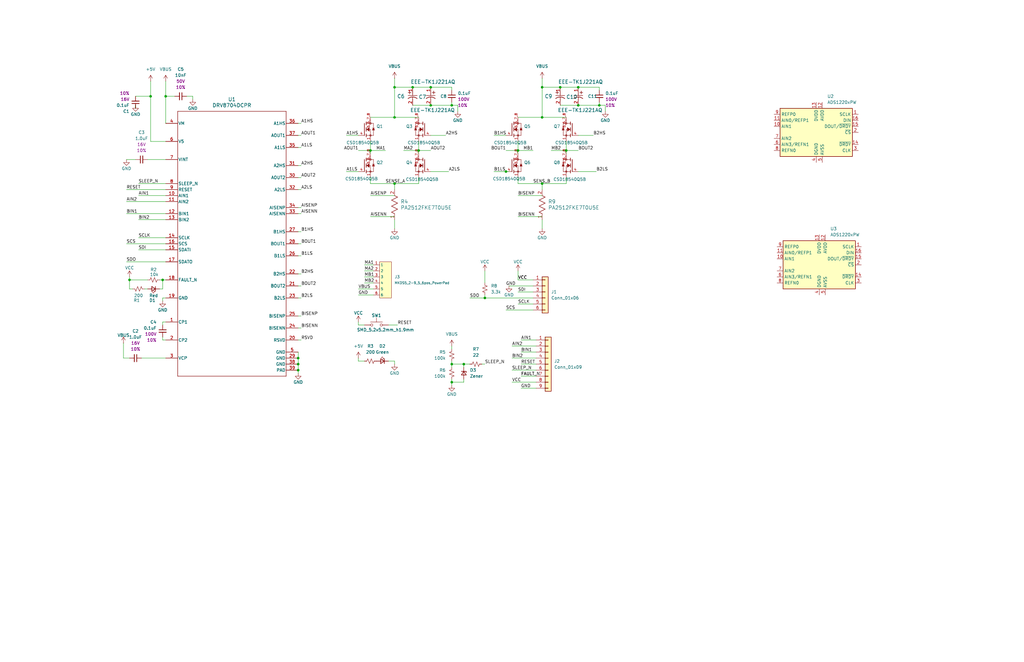
<source format=kicad_sch>
(kicad_sch (version 20250114) (generator "eeschema") (generator_version "9.0")
  (paper "B")
  (junction (at 228.6 36.83))
  (junction (at 63.5 40.64))
  (junction (at 190.5 153.67))
  (junction (at 69.85 40.64))
  (junction (at 181.61 44.45))
  (junction (at 243.84 44.45))
  (junction (at 166.37 49.53))
  (junction (at 68.58 118.11))
  (junction (at 181.61 36.83))
  (junction (at 243.84 36.83))
  (junction (at 195.58 153.67))
  (junction (at 238.76 63.5))
  (junction (at 54.61 118.11))
  (junction (at 166.37 36.83))
  (junction (at 252.73 44.45))
  (junction (at 156.21 63.5))
  (junction (at 213.36 72.39))
  (junction (at 125.73 151.13))
  (junction (at 190.5 44.45))
  (junction (at 236.22 36.83))
  (junction (at 204.47 125.73))
  (junction (at 125.73 153.67))
  (junction (at 173.99 36.83))
  (junction (at 228.6 49.53))
  (junction (at 166.37 77.47))
  (junction (at 125.73 156.21))
  (junction (at 228.6 77.47))
  (junction (at 218.44 63.5))
  (junction (at 176.53 63.5))
  (junction (at 190.5 161.29))
  (wire (pts (xy 125.73 120.65) (xy 127 120.65)))
  (wire (pts (xy 228.6 36.83) (xy 228.6 49.53)))
  (wire (pts (xy 218.44 49.53) (xy 228.6 49.53)))
  (wire (pts (xy 190.5 36.83) (xy 181.61 36.83)))
  (wire (pts (xy 63.5 40.64) (xy 63.5 59.69)))
  (wire (pts (xy 215.9 156.21) (xy 226.06 156.21)))
  (wire (pts (xy 151.13 121.92) (xy 157.48 121.92)))
  (wire (pts (xy 151.13 135.89) (xy 151.13 137.16)))
  (wire (pts (xy 153.67 137.16) (xy 151.13 137.16)))
  (wire (pts (xy 190.5 44.45) (xy 193.04 44.45)))
  (wire (pts (xy 54.61 118.11) (xy 62.23 118.11)))
  (wire (pts (xy 151.13 124.46) (xy 157.48 124.46)))
  (wire (pts (xy 125.73 69.85) (xy 127 69.85)))
  (wire (pts (xy 69.85 40.64) (xy 73.66 40.64)))
  (wire (pts (xy 219.71 148.59) (xy 226.06 148.59)))
  (wire (pts (xy 190.5 161.29) (xy 195.58 161.29)))
  (wire (pts (xy 228.6 33.02) (xy 228.6 36.83)))
  (wire (pts (xy 243.84 57.15) (xy 250.19 57.15)))
  (wire (pts (xy 166.37 33.02) (xy 166.37 36.83)))
  (wire (pts (xy 57.15 40.64) (xy 63.5 40.64)))
  (wire (pts (xy 67.31 121.92) (xy 68.58 121.92)))
  (wire (pts (xy 127 107.95) (xy 125.73 107.95)))
  (wire (pts (xy 68.58 143.51) (xy 69.85 143.51)))
  (wire (pts (xy 238.76 63.5) (xy 243.84 63.5)))
  (wire (pts (xy 125.73 62.23) (xy 127 62.23)))
  (wire (pts (xy 81.28 41.91) (xy 81.28 40.64)))
  (wire (pts (xy 213.36 63.5) (xy 218.44 63.5)))
  (wire (pts (xy 151.13 152.4) (xy 151.13 151.13)))
  (wire (pts (xy 153.67 116.84) (xy 157.48 116.84)))
  (wire (pts (xy 53.34 85.09) (xy 69.85 85.09)))
  (wire (pts (xy 156.21 91.44) (xy 166.37 91.44)))
  (wire (pts (xy 55.88 121.92) (xy 54.61 121.92)))
  (wire (pts (xy 228.6 36.83) (xy 236.22 36.83)))
  (wire (pts (xy 173.99 44.45) (xy 181.61 44.45)))
  (wire (pts (xy 125.73 148.59) (xy 125.73 151.13)))
  (wire (pts (xy 219.71 143.51) (xy 226.06 143.51)))
  (wire (pts (xy 162.56 63.5) (xy 156.21 63.5)))
  (wire (pts (xy 81.28 40.64) (xy 78.74 40.64)))
  (wire (pts (xy 53.34 90.17) (xy 69.85 90.17)))
  (wire (pts (xy 166.37 92.71) (xy 166.37 96.52)))
  (wire (pts (xy 190.5 153.67) (xy 190.5 154.94)))
  (wire (pts (xy 252.73 38.1) (xy 252.73 36.83)))
  (wire (pts (xy 125.73 97.79) (xy 127 97.79)))
  (wire (pts (xy 204.47 114.3) (xy 204.47 119.38)))
  (wire (pts (xy 215.9 161.29) (xy 226.06 161.29)))
  (wire (pts (xy 68.58 125.73) (xy 68.58 127)))
  (wire (pts (xy 53.34 110.49) (xy 69.85 110.49)))
  (wire (pts (xy 58.42 77.47) (xy 69.85 77.47)))
  (wire (pts (xy 190.5 160.02) (xy 190.5 161.29)))
  (wire (pts (xy 125.73 138.43) (xy 127 138.43)))
  (wire (pts (xy 238.76 63.5) (xy 238.76 64.77)))
  (wire (pts (xy 52.07 144.78) (xy 52.07 151.13)))
  (wire (pts (xy 228.6 49.53) (xy 238.76 49.53)))
  (wire (pts (xy 53.34 67.31) (xy 57.15 67.31)))
  (wire (pts (xy 68.58 121.92) (xy 68.58 118.11)))
  (wire (pts (xy 228.6 77.47) (xy 238.76 77.47)))
  (wire (pts (xy 166.37 77.47) (xy 176.53 77.47)))
  (wire (pts (xy 214.63 72.39) (xy 213.36 72.39)))
  (wire (pts (xy 218.44 123.19) (xy 224.79 123.19)))
  (wire (pts (xy 252.73 36.83) (xy 243.84 36.83)))
  (wire (pts (xy 181.61 44.45) (xy 190.5 44.45)))
  (wire (pts (xy 125.73 143.51) (xy 127 143.51)))
  (wire (pts (xy 181.61 72.39) (xy 189.23 72.39)))
  (wire (pts (xy 146.05 57.15) (xy 151.13 57.15)))
  (wire (pts (xy 125.73 115.57) (xy 127 115.57)))
  (wire (pts (xy 59.69 151.13) (xy 69.85 151.13)))
  (wire (pts (xy 236.22 36.83) (xy 243.84 36.83)))
  (wire (pts (xy 232.41 63.5) (xy 238.76 63.5)))
  (wire (pts (xy 173.99 36.83) (xy 181.61 36.83)))
  (wire (pts (xy 208.28 72.39) (xy 213.36 72.39)))
  (wire (pts (xy 190.5 153.67) (xy 195.58 153.67)))
  (wire (pts (xy 176.53 63.5) (xy 176.53 64.77)))
  (wire (pts (xy 166.37 152.4) (xy 166.37 153.67)))
  (wire (pts (xy 195.58 160.02) (xy 195.58 161.29)))
  (wire (pts (xy 53.34 80.01) (xy 69.85 80.01)))
  (wire (pts (xy 125.73 74.93) (xy 127 74.93)))
  (wire (pts (xy 125.73 153.67) (xy 125.73 156.21)))
  (wire (pts (xy 218.44 128.27) (xy 224.79 128.27)))
  (wire (pts (xy 238.76 77.47) (xy 238.76 74.93)))
  (wire (pts (xy 252.73 44.45) (xy 255.27 44.45)))
  (wire (pts (xy 213.36 130.81) (xy 224.79 130.81)))
  (wire (pts (xy 195.58 153.67) (xy 198.12 153.67)))
  (wire (pts (xy 156.21 74.93) (xy 156.21 77.47)))
  (wire (pts (xy 176.53 63.5) (xy 181.61 63.5)))
  (wire (pts (xy 67.31 118.11) (xy 68.58 118.11)))
  (wire (pts (xy 204.47 125.73) (xy 224.79 125.73)))
  (wire (pts (xy 69.85 34.29) (xy 69.85 40.64)))
  (wire (pts (xy 52.07 151.13) (xy 54.61 151.13)))
  (wire (pts (xy 176.53 59.69) (xy 176.53 63.5)))
  (wire (pts (xy 153.67 111.76) (xy 157.48 111.76)))
  (wire (pts (xy 195.58 153.67) (xy 195.58 154.94)))
  (wire (pts (xy 243.84 72.39) (xy 251.46 72.39)))
  (wire (pts (xy 58.42 105.41) (xy 69.85 105.41)))
  (wire (pts (xy 166.37 77.47) (xy 166.37 80.01)))
  (wire (pts (xy 57.15 45.72) (xy 57.15 44.45)))
  (wire (pts (xy 153.67 114.3) (xy 157.48 114.3)))
  (wire (pts (xy 219.71 153.67) (xy 226.06 153.67)))
  (wire (pts (xy 198.12 125.73) (xy 204.47 125.73)))
  (wire (pts (xy 156.21 59.69) (xy 156.21 63.5)))
  (wire (pts (xy 69.85 125.73) (xy 68.58 125.73)))
  (wire (pts (xy 190.5 161.29) (xy 190.5 162.56)))
  (wire (pts (xy 125.73 102.87) (xy 127 102.87)))
  (wire (pts (xy 151.13 63.5) (xy 156.21 63.5)))
  (wire (pts (xy 69.85 40.64) (xy 69.85 52.07)))
  (wire (pts (xy 218.44 63.5) (xy 218.44 64.77)))
  (wire (pts (xy 54.61 116.84) (xy 54.61 118.11)))
  (wire (pts (xy 156.21 82.55) (xy 166.37 82.55)))
  (wire (pts (xy 166.37 49.53) (xy 176.53 49.53)))
  (wire (pts (xy 163.83 152.4) (xy 166.37 152.4)))
  (wire (pts (xy 125.73 125.73) (xy 127 125.73)))
  (wire (pts (xy 125.73 151.13) (xy 125.73 153.67)))
  (wire (pts (xy 156.21 77.47) (xy 166.37 77.47)))
  (wire (pts (xy 58.42 92.71) (xy 69.85 92.71)))
  (wire (pts (xy 125.73 133.35) (xy 127 133.35)))
  (wire (pts (xy 166.37 36.83) (xy 166.37 49.53)))
  (wire (pts (xy 236.22 44.45) (xy 243.84 44.45)))
  (wire (pts (xy 252.73 43.18) (xy 252.73 44.45)))
  (wire (pts (xy 153.67 152.4) (xy 151.13 152.4)))
  (wire (pts (xy 190.5 43.18) (xy 190.5 44.45)))
  (wire (pts (xy 190.5 146.05) (xy 190.5 147.32)))
  (wire (pts (xy 218.44 114.3) (xy 218.44 118.11)))
  (wire (pts (xy 243.84 44.45) (xy 252.73 44.45)))
  (wire (pts (xy 68.58 137.16) (xy 68.58 135.89)))
  (wire (pts (xy 214.63 120.65) (xy 224.79 120.65)))
  (wire (pts (xy 228.6 77.47) (xy 228.6 80.01)))
  (wire (pts (xy 218.44 82.55) (xy 228.6 82.55)))
  (wire (pts (xy 63.5 34.29) (xy 63.5 40.64)))
  (wire (pts (xy 125.73 52.07) (xy 127 52.07)))
  (wire (pts (xy 125.73 156.21) (xy 125.73 157.48)))
  (wire (pts (xy 190.5 152.4) (xy 190.5 153.67)))
  (wire (pts (xy 125.73 57.15) (xy 127 57.15)))
  (wire (pts (xy 190.5 38.1) (xy 190.5 36.83)))
  (wire (pts (xy 68.58 142.24) (xy 68.58 143.51)))
  (wire (pts (xy 146.05 72.39) (xy 151.13 72.39)))
  (wire (pts (xy 228.6 92.71) (xy 228.6 96.52)))
  (wire (pts (xy 166.37 36.83) (xy 173.99 36.83)))
  (wire (pts (xy 125.73 80.01) (xy 127 80.01)))
  (wire (pts (xy 219.71 158.75) (xy 226.06 158.75)))
  (wire (pts (xy 125.73 90.17) (xy 127 90.17)))
  (wire (pts (xy 255.27 44.45) (xy 255.27 46.99)))
  (wire (pts (xy 218.44 74.93) (xy 218.44 77.47)))
  (wire (pts (xy 170.18 63.5) (xy 176.53 63.5)))
  (wire (pts (xy 204.47 124.46) (xy 204.47 125.73)))
  (wire (pts (xy 215.9 151.13) (xy 226.06 151.13)))
  (wire (pts (xy 219.71 163.83) (xy 226.06 163.83)))
  (wire (pts (xy 156.21 63.5) (xy 156.21 64.77)))
  (wire (pts (xy 176.53 77.47) (xy 176.53 74.93)))
  (wire (pts (xy 215.9 146.05) (xy 226.06 146.05)))
  (wire (pts (xy 208.28 57.15) (xy 213.36 57.15)))
  (wire (pts (xy 218.44 59.69) (xy 218.44 63.5)))
  (wire (pts (xy 193.04 44.45) (xy 193.04 46.99)))
  (wire (pts (xy 68.58 118.11) (xy 69.85 118.11)))
  (wire (pts (xy 58.42 82.55) (xy 69.85 82.55)))
  (wire (pts (xy 63.5 59.69) (xy 69.85 59.69)))
  (wire (pts (xy 153.67 119.38) (xy 157.48 119.38)))
  (wire (pts (xy 62.23 121.92) (xy 60.96 121.92)))
  (wire (pts (xy 218.44 118.11) (xy 224.79 118.11)))
  (wire (pts (xy 156.21 49.53) (xy 166.37 49.53)))
  (wire (pts (xy 224.79 63.5) (xy 218.44 63.5)))
  (wire (pts (xy 181.61 57.15) (xy 187.96 57.15)))
  (wire (pts (xy 125.73 87.63) (xy 127 87.63)))
  (wire (pts (xy 218.44 91.44) (xy 228.6 91.44)))
  (wire (pts (xy 238.76 59.69) (xy 238.76 63.5)))
  (wire (pts (xy 203.2 153.67) (xy 204.47 153.67)))
  (wire (pts (xy 54.61 121.92) (xy 54.61 118.11)))
  (wire (pts (xy 68.58 135.89) (xy 69.85 135.89)))
  (wire (pts (xy 53.34 102.87) (xy 69.85 102.87)))
  (wire (pts (xy 218.44 77.47) (xy 228.6 77.47)))
  (wire (pts (xy 62.23 67.31) (xy 69.85 67.31)))
  (wire (pts (xy 163.83 137.16) (xy 167.64 137.16)))
  (wire (pts (xy 58.42 100.33) (xy 69.85 100.33)))
  (label "MA1" (at 153.67 111.76 0))
  (label "FAULT" (at 219.71 158.75 0))
  (label "SENS_B" (at 224.79 77.47 0))
  (label "BISENN" (at 218.44 91.44 0))
  (label "B1LS" (at 127 107.95 0))
  (label "SCLK" (at 218.44 128.27 0))
  (label "SENSE_A" (at 162.56 77.47 0))
  (label "B2LS" (at 127 125.73 0))
  (label "MB2" (at 153.67 119.38 0))
  (label "SCLK" (at 58.42 100.33 0))
  (label "RESET" (at 219.71 153.67 0))
  (label "RSVD" (at 127 143.51 0))
  (label "A2LS" (at 189.23 72.39 0))
  (label "AIN2" (at 215.9 146.05 0))
  (label "FAULT_N" (at 219.71 158.75 0))
  (label "MA2" (at 153.67 114.3 0))
  (label "AOUT2" (at 181.61 63.5 0))
  (label "AISENP" (at 156.21 82.55 0))
  (label "VCC" (at 218.44 118.11 0))
  (label "AIN1" (at 219.71 143.51 0))
  (label "VCC" (at 215.9 161.29 0))
  (label "B1HS" (at 208.28 57.15 0))
  (label "B1HS" (at 127 97.79 0))
  (label "BIN2" (at 58.42 92.71 0))
  (label "VBUS" (at 151.13 121.92 0))
  (label "MA1" (at 162.56 63.5 180))
  (label "AISENN" (at 156.21 91.44 0))
  (label "AISENN" (at 127 90.17 0))
  (label "BISENP" (at 127 133.35 0))
  (label "AIN2" (at 53.34 85.09 0))
  (label "AISENP" (at 127 87.63 0))
  (label "VCC" (at 218.44 118.11 0))
  (label "BISENN" (at 127 138.43 0))
  (label "BOUT1" (at 213.36 63.5 180))
  (label "SDI" (at 218.44 123.19 0))
  (label "GND" (at 213.36 120.65 0))
  (label "B1LS" (at 208.28 72.39 0))
  (label "A1HS" (at 127 52.07 0))
  (label "RESET" (at 53.34 80.01 0))
  (label "MB1" (at 153.67 116.84 0))
  (label "A1LS" (at 146.05 72.39 0))
  (label "SDI" (at 58.42 105.41 0))
  (label "SCS" (at 53.34 102.87 0))
  (label "B2HS" (at 250.19 57.15 0))
  (label "BOUT2" (at 127 120.65 0))
  (label "RESET" (at 167.64 137.16 0))
  (label "A1HS" (at 146.05 57.15 0))
  (label "BOUT2" (at 243.84 63.5 0))
  (label "A2LS" (at 127 80.01 0))
  (label "GND" (at 151.13 124.46 0))
  (label "SCS" (at 213.36 130.81 0))
  (label "MA2" (at 170.18 63.5 0))
  (label "BIN1" (at 219.71 148.59 0))
  (label "BISENP" (at 218.44 82.55 0))
  (label "SLEEP_N" (at 215.9 156.21 0))
  (label "BOUT1" (at 127 102.87 0))
  (label "BIN1" (at 53.34 90.17 0))
  (label "A1LS" (at 127 62.23 0))
  (label "BIN2" (at 215.9 151.13 0))
  (label "MB1" (at 224.79 63.5 180))
  (label "SDO" (at 198.12 125.73 0))
  (label "B2LS" (at 251.46 72.39 0))
  (label "AOUT1" (at 151.13 63.5 180))
  (label "A2HS" (at 127 69.85 0))
  (label "MB2" (at 232.41 63.5 0))
  (label "AOUT1" (at 127 57.15 0))
  (label "AIN1" (at 58.42 82.55 0))
  (label "SLEEP_N" (at 58.42 77.47 0))
  (label "SLEEP_N" (at 204.47 153.67 0))
  (label "A2HS" (at 187.96 57.15 0))
  (label "GND" (at 219.71 163.83 0))
  (label "AOUT2" (at 127 74.93 0))
  (label "B2HS" (at 127 115.57 0))
  (label "SDO" (at 53.34 110.49 0))
  (symbol (lib_id "Power_Brick:EEE-TK1J221AQ") (at 181.61 36.83 270) (unit 1)
    (property "Reference" "C7" (at 176.53 40.894 90) (effects (font (size 1.524 1.524)) (justify left)))
    (property "Value" "EEE-TK1J221AQ" (at 172.974 46.482 90) (effects (font (size 1.524 1.524)) (justify left)))
    (property "Footprint" "CAP_PAN_EEE_H13_PAN" (effects (hide yes)))
    (property "Datasheet" "EEE-TK1J221AQ" (effects (hide yes)))
  )
  (symbol (lib_id "PCM_SparkFun-PowerSymbol:GND") (at 53.34 67.31 0) (unit 1)
    (property "Reference" "#PWR07" (effects (hide yes)))
    (property "Value" "GND" (at 53.34 71.12 0))
    (property "Description" "Power symbol creates a global label with name \"GND\" , ground" (effects (hide yes)))
  )
  (symbol (lib_id "PCM_SparkFun-PowerSymbol:GND") (at 193.04 46.99 0) (unit 1)
    (property "Reference" "#PWR012" (effects (hide yes)))
    (property "Value" "GND" (at 193.04 50.8 0))
    (property "Description" "Power symbol creates a global label with name \"GND\" , ground" (effects (hide yes)))
  )
  (symbol (lib_id "PCM_SparkFun-Resistor:22_0402") (at 200.66 153.67 0) (unit 1)
    (property "Reference" "R7" (at 200.66 147.32 0))
    (property "Value" "22" (at 200.66 149.86 0))
    (property "Footprint" "PCM_SparkFun-Resistor:R_0402_1005Metric" (effects (hide yes)))
    (property "Datasheet" "https://www.vishay.com/docs/20035/dcrcwe3.pdf" (effects (hide yes)))
    (property "Description" "Resistor" (effects (hide yes)))
    (property "PROD_ID" "RES-12427" (effects (hide yes)))
  )
  (symbol (lib_id "power:VBUS") (at 166.37 33.02 0) (unit 1)
    (property "Reference" "#PWR010" (effects (hide yes)))
    (property "Value" "VBUS" (at 166.37 27.94 0))
    (property "Description" "Power symbol creates a global label with name \"VBUS\"" (effects (hide yes)))
  )
  (symbol (lib_id "Connector_Generic:Conn_01x06") (at 229.87 123.19 0) (unit 1)
    (property "Reference" "J1" (at 232.41 123.1899 0) (effects (justify left)))
    (property "Value" "Conn_01x06" (at 232.41 125.7299 0) (effects (justify left)))
    (property "Footprint" "Connector_PinHeader_2.54mm:PinHeader_1x06_P2.54mm_Vertical" (effects (hide yes)))
    (property "Description" "Generic connector, single row, 01x06, script generated (kicad-library-utils/schlib/autogen/connector/)" (effects (hide yes)))
  )
  (symbol (lib_id "PCM_SparkFun-Resistor:10k_0402") (at 64.77 118.11 0) (unit 1)
    (property "Reference" "R2" (at 64.77 113.792 0))
    (property "Value" "10k" (at 65.024 115.824 0))
    (property "Footprint" "PCM_SparkFun-Resistor:R_0402_1005Metric" (effects (hide yes)))
    (property "Datasheet" "https://www.vishay.com/docs/20035/dcrcwe3.pdf" (effects (hide yes)))
    (property "Description" "Resistor" (effects (hide yes)))
    (property "PROD_ID" "RES-25567" (effects (hide yes)))
  )
  (symbol (lib_id "PCM_SparkFun-Resistor:200_0402") (at 58.42 121.92 0) (mirror y) (unit 1)
    (property "Reference" "R1" (at 57.658 126.746 0))
    (property "Value" "200" (at 58.42 124.714 0))
    (property "Footprint" "PCM_SparkFun-Resistor:R_0402_1005Metric" (effects (hide yes)))
    (property "Datasheet" "https://www.vishay.com/docs/20035/dcrcwe3.pdf" (effects (hide yes)))
    (property "Description" "Resistor" (effects (hide yes)))
    (property "PROD_ID" "RES-15550" (effects (hide yes)))
  )
  (symbol (lib_id "Analog_ADC:ADS1220xPW") (at 344.17 55.88 0) (unit 1)
    (property "Reference" "U2" (at 348.8533 40.64 0) (effects (justify left)))
    (property "Value" "ADS1220xPW" (at 348.8533 43.18 0) (effects (justify left)))
    (property "Footprint" "Package_SO:TSSOP-16_4.4x5mm_P0.65mm" (effects (hide yes)))
    (property "Datasheet" "http://www.ti.com/lit/ds/symlink/ads1220.pdf" (effects (hide yes)))
    (property "Description" "Low-power, quad-input, 24-bit analog to digital converter, integrated temperature sensor, SPI interface, TSSOP-16 package" (effects (hide yes)))
  )
  (symbol (lib_id "power:VBUS") (at 69.85 34.29 0) (unit 1)
    (property "Reference" "#PWR06" (effects (hide yes)))
    (property "Value" "VBUS" (at 69.85 29.21 0))
    (property "Description" "Power symbol creates a global label with name \"VBUS\"" (effects (hide yes)))
  )
  (symbol (lib_id "Power_Brick:EEE-TK1J221AQ") (at 243.84 36.83 270) (unit 1)
    (property "Reference" "C10" (at 238.76 40.894 90) (effects (font (size 1.524 1.524)) (justify left)))
    (property "Value" "EEE-TK1J221AQ" (at 235.204 46.482 90) (effects (font (size 1.524 1.524)) (justify left)))
    (property "Footprint" "CAP_PAN_EEE_H13_PAN" (effects (hide yes)))
    (property "Datasheet" "EEE-TK1J221AQ" (effects (hide yes)))
  )
  (symbol (lib_id "PCM_SparkFun-Capacitor:0.1uF_0402_16V_10%") (at 57.15 43.18 180) (unit 1)
    (property "Reference" "C1" (at 54.61 46.9838 0) (effects (justify left)))
    (property "Value" "0.1uF" (at 54.61 44.4438 0) (effects (justify left)))
    (property "Footprint" "PCM_SparkFun-Capacitor:C_0402_1005Metric" (effects (hide yes)))
    (property "Datasheet" "https://cdn.sparkfun.com/assets/8/a/4/a/5/Kemet_Capacitor_Datasheet.pdf" (effects (hide yes)))
    (property "Description" "Unpolarized capacitor" (effects (hide yes)))
    (property "PROD_ID" "CAP-25565" (effects (hide yes)))
    (property "Voltage" "16V" (at 54.61 41.9038 0) (effects (justify left)))
    (property "Tolerance" "10%" (at 54.61 39.3638 0) (effects (justify left)))
  )
  (symbol (lib_id "Power_Brick:EEE-TK1J221AQ") (at 173.99 36.83 90) (mirror x) (unit 1)
    (property "Reference" "C6" (at 170.688 40.64 90) (effects (font (size 1.524 1.524)) (justify left)))
    (property "Value" "EEE-TK1J221AQ" (at 192.024 34.544 90) (effects (font (size 1.524 1.524)) (justify left)))
    (property "Footprint" "CAP_PAN_EEE_H13_PAN" (effects (hide yes)))
    (property "Datasheet" "EEE-TK1J221AQ" (effects (hide yes)))
  )
  (symbol (lib_id "Power_Brick:DRV8704DCPR") (at 97.79 102.87 0) (unit 1)
    (property "Reference" "U1" (at 97.79 41.91 0) (effects (font (size 1.524 1.524))))
    (property "Value" "DRV8704DCPR" (at 97.79 44.45 0) (effects (font (size 1.524 1.524))))
    (property "Footprint" "DCP0038A_N" (effects (hide yes)))
    (property "Datasheet" "https://www.ti.com/lit/gpn/drv8704" (effects (hide yes)))
  )
  (symbol (lib_id "power:+5V") (at 63.5 34.29 0) (unit 1)
    (property "Reference" "#PWR05" (effects (hide yes)))
    (property "Value" "+5V" (at 63.5 29.21 0))
    (property "Description" "Power symbol creates a global label with name \"+5V\"" (effects (hide yes)))
  )
  (symbol (lib_id "power:VBUS") (at 190.5 146.05 0) (unit 1)
    (property "Reference" "#PWR021" (effects (hide yes)))
    (property "Value" "VBUS" (at 190.5 140.97 0))
    (property "Description" "Power symbol creates a global label with name \"VBUS\"" (effects (hide yes)))
  )
  (symbol (lib_id "PCM_SparkFun-PowerSymbol:GND") (at 81.28 41.91 0) (unit 1)
    (property "Reference" "#PWR02" (effects (hide yes)))
    (property "Value" "GND" (at 81.28 45.72 0))
    (property "Description" "Power symbol creates a global label with name \"GND\" , ground" (effects (hide yes)))
  )
  (symbol (lib_id "PCM_SparkFun-PowerSymbol:GND") (at 166.37 96.52 0) (unit 1)
    (property "Reference" "#PWR011" (effects (hide yes)))
    (property "Value" "GND" (at 166.37 100.33 0))
    (property "Description" "Power symbol creates a global label with name \"GND\" , ground" (effects (hide yes)))
  )
  (symbol (lib_id "Power_Brick:PA2512FKE7T0U5E") (at 166.37 92.71 90) (unit 1)
    (property "Reference" "R4" (at 168.91 85.0899 90) (effects (font (size 1.524 1.524)) (justify right)))
    (property "Value" "PA2512FKE7T0U5E" (at 168.91 87.6299 90) (effects (font (size 1.524 1.524)) (justify right)))
    (property "Footprint" "RES_PA2512_YAG" (effects (hide yes)))
    (property "Datasheet" "PA2512FKE7T0U5E" (effects (hide yes)))
  )
  (symbol (lib_id "PCM_SparkFun-PowerSymbol:VCC") (at 54.61 116.84 0) (unit 1)
    (property "Reference" "#PWR08" (effects (hide yes)))
    (property "Value" "VCC" (at 54.61 113.03 0))
    (property "Description" "Power symbol creates a global label with name \"VCC\"" (effects (hide yes)))
  )
  (symbol (lib_id "PCM_SparkFun-Capacitor:10nF_0402_25V_10%") (at 76.2 40.64 270) (unit 1)
    (property "Reference" "C5" (at 76.1936 29.21 90))
    (property "Value" "10nF" (at 76.1936 31.75 90))
    (property "Footprint" "PCM_SparkFun-Capacitor:C_0402_1005Metric" (effects (hide yes)))
    (property "Datasheet" "https://cdn.sparkfun.com/assets/8/a/4/a/5/Kemet_Capacitor_Datasheet.pdf" (effects (hide yes)))
    (property "Description" "Unpolarized capacitor" (effects (hide yes)))
    (property "PROD_ID" "CAP-24997" (effects (hide yes)))
    (property "Voltage" "50V" (at 76.1936 34.29 90))
    (property "Tolerance" "10%" (at 76.1936 36.83 90))
  )
  (symbol (lib_id "PCM_SparkFun-DiscreteSemi:D_Zener") (at 195.58 157.48 270) (unit 1)
    (property "Reference" "D3" (at 198.12 156.2099 90) (effects (justify left)))
    (property "Value" "Zener" (at 198.12 158.7499 90) (effects (justify left)))
    (property "Footprint" "Diode_SMD:D_SOD-323_HandSoldering" (effects (hide yes)))
    (property "Description" "Zener diode" (effects (hide yes)))
    (property "PROD_ID" "DIO-" (effects (hide yes)))
  )
  (symbol (lib_id "Connector_Generic:Conn_01x09") (at 231.14 153.67 0) (unit 1)
    (property "Reference" "J2" (at 233.68 152.3999 0) (effects (justify left)))
    (property "Value" "Conn_01x09" (at 233.68 154.9399 0) (effects (justify left)))
    (property "Footprint" "Connector_PinHeader_2.54mm:PinHeader_1x09_P2.54mm_Vertical" (effects (hide yes)))
    (property "Description" "Generic connector, single row, 01x09, script generated (kicad-library-utils/schlib/autogen/connector/)" (effects (hide yes)))
  )
  (symbol (lib_id "Power_Brick:CSD18540Q5B") (at 241.3 54.61 0) (mirror y) (unit 1)
    (property "Reference" "Q7" (at 236.22 53.3399 0) (effects (justify left)))
    (property "Value" "CSD18540Q5B" (at 247.904 60.198 0) (effects (justify left)))
    (property "Footprint" "Power_Brick:TRANS_CSD18540Q5B" (effects (hide yes)))
    (property "MF" "Texas Instruments" (effects (hide yes)))
    (property "MAXIMUM_PACKAGE_HEIGHT" "1.05mm" (effects (hide yes)))
    (property "Package" "VSON-CLIP-8 Texas Instruments" (effects (hide yes)))
    (property "Price" "None" (effects (hide yes)))
    (property "Check_prices" "https://www.snapeda.com/parts/CSD18540Q5B/Texas+Instruments/view-part/?ref=eda" (effects (hide yes)))
    (property "STANDARD" "Manufacturer recommendations" (effects (hide yes)))
    (property "PARTREV" "B" (effects (hide yes)))
    (property "SnapEDA_Link" "https://www.snapeda.com/parts/CSD18540Q5B/Texas+Instruments/view-part/?ref=snap" (effects (hide yes)))
    (property "MP" "CSD18540Q5B" (effects (hide yes)))
    (property "Description_1" "60-V, N channel NexFET™ power MOSFET, single SON 5 mm x 6 mm, 2.2 mOhm" (effects (hide yes)))
    (property "Availability" "In Stock" (effects (hide yes)))
    (property "MANUFACTURER" "Texas Instruments" (effects (hide yes)))
  )
  (symbol (lib_id "Power_Brick:PA2512FKE7T0U5E") (at 228.6 92.71 90) (unit 1)
    (property "Reference" "R9" (at 231.14 85.0899 90) (effects (font (size 1.524 1.524)) (justify right)))
    (property "Value" "PA2512FKE7T0U5E" (at 231.14 87.6299 90) (effects (font (size 1.524 1.524)) (justify right)))
    (property "Footprint" "RES_PA2512_YAG" (effects (hide yes)))
    (property "Datasheet" "PA2512FKE7T0U5E" (effects (hide yes)))
  )
  (symbol (lib_id "Power_Brick:CSD18540Q5B") (at 215.9 69.85 0) (unit 1)
    (property "Reference" "Q6" (at 220.98 68.5799 0) (effects (justify left)))
    (property "Value" "CSD18540Q5B" (at 207.772 75.438 0) (effects (justify left)))
    (property "Footprint" "Power_Brick:TRANS_CSD18540Q5B" (effects (hide yes)))
    (property "MF" "Texas Instruments" (effects (hide yes)))
    (property "MAXIMUM_PACKAGE_HEIGHT" "1.05mm" (effects (hide yes)))
    (property "Package" "VSON-CLIP-8 Texas Instruments" (effects (hide yes)))
    (property "Price" "None" (effects (hide yes)))
    (property "Check_prices" "https://www.snapeda.com/parts/CSD18540Q5B/Texas+Instruments/view-part/?ref=eda" (effects (hide yes)))
    (property "STANDARD" "Manufacturer recommendations" (effects (hide yes)))
    (property "PARTREV" "B" (effects (hide yes)))
    (property "SnapEDA_Link" "https://www.snapeda.com/parts/CSD18540Q5B/Texas+Instruments/view-part/?ref=snap" (effects (hide yes)))
    (property "MP" "CSD18540Q5B" (effects (hide yes)))
    (property "Description_1" "60-V, N channel NexFET™ power MOSFET, single SON 5 mm x 6 mm, 2.2 mOhm" (effects (hide yes)))
    (property "Availability" "In Stock" (effects (hide yes)))
    (property "MANUFACTURER" "Texas Instruments" (effects (hide yes)))
  )
  (symbol (lib_id "PCM_SparkFun-PowerSymbol:GND") (at 190.5 162.56 0) (unit 1)
    (property "Reference" "#PWR020" (effects (hide yes)))
    (property "Value" "GND" (at 190.5 166.37 0))
    (property "Description" "Power symbol creates a global label with name \"GND\" , ground" (effects (hide yes)))
  )
  (symbol (lib_id "power:VBUS") (at 52.07 144.78 0) (unit 1)
    (property "Reference" "#PWR09" (effects (hide yes)))
    (property "Value" "VBUS" (at 52.07 141.478 0))
    (property "Description" "Power symbol creates a global label with name \"VBUS\"" (effects (hide yes)))
  )
  (symbol (lib_id "PCM_SparkFun-PowerSymbol:GND") (at 125.73 157.48 0) (unit 1)
    (property "Reference" "#PWR01" (effects (hide yes)))
    (property "Value" "GND" (at 125.73 161.29 0))
    (property "Description" "Power symbol creates a global label with name \"GND\" , ground" (effects (hide yes)))
  )
  (symbol (lib_id "PCM_SparkFun-Capacitor:0.1uF_0603_100V_10%") (at 252.73 40.64 0) (unit 1)
    (property "Reference" "C11" (at 247.904 40.64 0) (effects (justify left)))
    (property "Value" "0.1uF" (at 255.27 39.3762 0) (effects (justify left)))
    (property "Footprint" "PCM_SparkFun-Capacitor:C_0603_1608Metric" (effects (hide yes)))
    (property "Datasheet" "https://cdn.sparkfun.com/assets/8/a/4/a/5/Kemet_Capacitor_Datasheet.pdf" (effects (hide yes)))
    (property "Description" "Unpolarized capacitor" (effects (hide yes)))
    (property "PROD_ID" "CAP-08390" (effects (hide yes)))
    (property "Voltage" "100V" (at 255.27 41.9162 0) (effects (justify left)))
    (property "Tolerance" "10%" (at 255.27 44.4562 0) (effects (justify left)))
  )
  (symbol (lib_id "PCM_SparkFun-PowerSymbol:VCC") (at 218.44 114.3 0) (unit 1)
    (property "Reference" "#PWR017" (effects (hide yes)))
    (property "Value" "VCC" (at 218.44 110.49 0))
    (property "Description" "Power symbol creates a global label with name \"VCC\"" (effects (hide yes)))
  )
  (symbol (lib_id "Power_Brick:CSD18540Q5B") (at 179.07 69.85 0) (mirror y) (unit 1)
    (property "Reference" "Q4" (at 173.99 68.5799 0) (effects (justify left)))
    (property "Value" "CSD18540Q5B" (at 184.912 75.692 0) (effects (justify left)))
    (property "Footprint" "Power_Brick:TRANS_CSD18540Q5B" (effects (hide yes)))
    (property "MF" "Texas Instruments" (effects (hide yes)))
    (property "MAXIMUM_PACKAGE_HEIGHT" "1.05mm" (effects (hide yes)))
    (property "Package" "VSON-CLIP-8 Texas Instruments" (effects (hide yes)))
    (property "Price" "None" (effects (hide yes)))
    (property "Check_prices" "https://www.snapeda.com/parts/CSD18540Q5B/Texas+Instruments/view-part/?ref=eda" (effects (hide yes)))
    (property "STANDARD" "Manufacturer recommendations" (effects (hide yes)))
    (property "PARTREV" "B" (effects (hide yes)))
    (property "SnapEDA_Link" "https://www.snapeda.com/parts/CSD18540Q5B/Texas+Instruments/view-part/?ref=snap" (effects (hide yes)))
    (property "MP" "CSD18540Q5B" (effects (hide yes)))
    (property "Description_1" "60-V, N channel NexFET™ power MOSFET, single SON 5 mm x 6 mm, 2.2 mOhm" (effects (hide yes)))
    (property "Availability" "In Stock" (effects (hide yes)))
    (property "MANUFACTURER" "Texas Instruments" (effects (hide yes)))
  )
  (symbol (lib_id "PCM_SparkFun-Resistor:200_0402") (at 156.21 152.4 0) (unit 1)
    (property "Reference" "R3" (at 156.21 146.05 0))
    (property "Value" "200" (at 156.21 148.59 0))
    (property "Footprint" "PCM_SparkFun-Resistor:R_0402_1005Metric" (effects (hide yes)))
    (property "Datasheet" "https://www.vishay.com/docs/20035/dcrcwe3.pdf" (effects (hide yes)))
    (property "Description" "Resistor" (effects (hide yes)))
    (property "PROD_ID" "RES-15550" (effects (hide yes)))
  )
  (symbol (lib_id "PCM_SparkFun-PowerSymbol:GND") (at 68.58 127 0) (unit 1)
    (property "Reference" "#PWR04" (effects (hide yes)))
    (property "Value" "GND" (at 68.58 130.81 0))
    (property "Description" "Power symbol creates a global label with name \"GND\" , ground" (effects (hide yes)))
  )
  (symbol (lib_id "PCM_SparkFun-PowerSymbol:GND") (at 255.27 46.99 0) (unit 1)
    (property "Reference" "#PWR015" (effects (hide yes)))
    (property "Value" "GND" (at 255.27 50.8 0))
    (property "Description" "Power symbol creates a global label with name \"GND\" , ground" (effects (hide yes)))
  )
  (symbol (lib_id "PCM_SparkFun-PowerSymbol:GND") (at 57.15 44.45 0) (unit 1)
    (property "Reference" "#PWR03" (effects (hide yes)))
    (property "Value" "GND" (at 57.15 48.26 0))
    (property "Description" "Power symbol creates a global label with name \"GND\" , ground" (effects (hide yes)))
  )
  (symbol (lib_id "power:+5V") (at 151.13 151.13 0) (unit 1)
    (property "Reference" "#PWR022" (effects (hide yes)))
    (property "Value" "+5V" (at 151.13 146.05 0))
    (property "Description" "Power symbol creates a global label with name \"+5V\"" (effects (hide yes)))
  )
  (symbol (lib_id "Power_Brick:EEE-TK1J221AQ") (at 236.22 36.83 90) (mirror x) (unit 1)
    (property "Reference" "C9" (at 232.918 40.64 90) (effects (font (size 1.524 1.524)) (justify left)))
    (property "Value" "EEE-TK1J221AQ" (at 254.254 34.544 90) (effects (font (size 1.524 1.524)) (justify left)))
    (property "Footprint" "CAP_PAN_EEE_H13_PAN" (effects (hide yes)))
    (property "Datasheet" "EEE-TK1J221AQ" (effects (hide yes)))
  )
  (symbol (lib_id "PCM_SparkFun-Capacitor:1.0uF_0402_16V_10%") (at 57.15 151.13 270) (unit 1)
    (property "Reference" "C2" (at 57.1436 139.7 90))
    (property "Value" "1.0uF" (at 57.1436 142.24 90))
    (property "Footprint" "PCM_SparkFun-Capacitor:C_0402_1005Metric" (effects (hide yes)))
    (property "Datasheet" "https://cdn.sparkfun.com/assets/8/a/4/a/5/Kemet_Capacitor_Datasheet.pdf" (effects (hide yes)))
    (property "Description" "Unpolarized capacitor" (effects (hide yes)))
    (property "PROD_ID" "CAP-14969" (effects (hide yes)))
    (property "Voltage" "16V" (at 57.1436 144.78 90))
    (property "Tolerance" "10%" (at 57.1436 147.32 90))
  )
  (symbol (lib_id "Power_Brick:CSD18540Q5B") (at 153.67 69.85 0) (unit 1)
    (property "Reference" "Q2" (at 158.75 68.5799 0) (effects (justify left)))
    (property "Value" "CSD18540Q5B" (at 145.542 75.438 0) (effects (justify left)))
    (property "Footprint" "Power_Brick:TRANS_CSD18540Q5B" (effects (hide yes)))
    (property "MF" "Texas Instruments" (effects (hide yes)))
    (property "MAXIMUM_PACKAGE_HEIGHT" "1.05mm" (effects (hide yes)))
    (property "Package" "VSON-CLIP-8 Texas Instruments" (effects (hide yes)))
    (property "Price" "None" (effects (hide yes)))
    (property "Check_prices" "https://www.snapeda.com/parts/CSD18540Q5B/Texas+Instruments/view-part/?ref=eda" (effects (hide yes)))
    (property "STANDARD" "Manufacturer recommendations" (effects (hide yes)))
    (property "PARTREV" "B" (effects (hide yes)))
    (property "SnapEDA_Link" "https://www.snapeda.com/parts/CSD18540Q5B/Texas+Instruments/view-part/?ref=snap" (effects (hide yes)))
    (property "MP" "CSD18540Q5B" (effects (hide yes)))
    (property "Description_1" "60-V, N channel NexFET™ power MOSFET, single SON 5 mm x 6 mm, 2.2 mOhm" (effects (hide yes)))
    (property "Availability" "In Stock" (effects (hide yes)))
    (property "MANUFACTURER" "Texas Instruments" (effects (hide yes)))
  )
  (symbol (lib_id "PCM_SparkFun-Resistor:100k_0402") (at 190.5 149.86 270) (mirror x) (unit 1)
    (property "Reference" "R5" (at 187.96 148.5899 90) (effects (justify right)))
    (property "Value" "100k" (at 187.96 151.1299 90) (effects (justify right)))
    (property "Footprint" "PCM_SparkFun-Resistor:R_0402_1005Metric" (effects (hide yes)))
    (property "Datasheet" "https://www.vishay.com/docs/20035/dcrcwe3.pdf" (effects (hide yes)))
    (property "Description" "Resistor" (effects (hide yes)))
    (property "PROD_ID" "RES-25013" (effects (hide yes)))
  )
  (symbol (lib_id "PCM_SparkFun-PowerSymbol:GND") (at 166.37 153.67 0) (unit 1)
    (property "Reference" "#PWR023" (effects (hide yes)))
    (property "Value" "GND" (at 166.37 157.48 0))
    (property "Description" "Power symbol creates a global label with name \"GND\" , ground" (effects (hide yes)))
  )
  (symbol (lib_id "PCM_SparkFun-Resistor:100k_0402") (at 190.5 157.48 270) (mirror x) (unit 1)
    (property "Reference" "R6" (at 187.96 156.2099 90) (effects (justify right)))
    (property "Value" "100k" (at 187.96 158.7499 90) (effects (justify right)))
    (property "Footprint" "PCM_SparkFun-Resistor:R_0402_1005Metric" (effects (hide yes)))
    (property "Datasheet" "https://www.vishay.com/docs/20035/dcrcwe3.pdf" (effects (hide yes)))
    (property "Description" "Resistor" (effects (hide yes)))
    (property "PROD_ID" "RES-25013" (effects (hide yes)))
  )
  (symbol (lib_id "Power_Brick:CSD18540Q5B") (at 241.3 69.85 0) (mirror y) (unit 1)
    (property "Reference" "Q8" (at 236.22 68.5799 0) (effects (justify left)))
    (property "Value" "CSD18540Q5B" (at 247.142 75.692 0) (effects (justify left)))
    (property "Footprint" "Power_Brick:TRANS_CSD18540Q5B" (effects (hide yes)))
    (property "MF" "Texas Instruments" (effects (hide yes)))
    (property "MAXIMUM_PACKAGE_HEIGHT" "1.05mm" (effects (hide yes)))
    (property "Package" "VSON-CLIP-8 Texas Instruments" (effects (hide yes)))
    (property "Price" "None" (effects (hide yes)))
    (property "Check_prices" "https://www.snapeda.com/parts/CSD18540Q5B/Texas+Instruments/view-part/?ref=eda" (effects (hide yes)))
    (property "STANDARD" "Manufacturer recommendations" (effects (hide yes)))
    (property "PARTREV" "B" (effects (hide yes)))
    (property "SnapEDA_Link" "https://www.snapeda.com/parts/CSD18540Q5B/Texas+Instruments/view-part/?ref=snap" (effects (hide yes)))
    (property "MP" "CSD18540Q5B" (effects (hide yes)))
    (property "Description_1" "60-V, N channel NexFET™ power MOSFET, single SON 5 mm x 6 mm, 2.2 mOhm" (effects (hide yes)))
    (property "Availability" "In Stock" (effects (hide yes)))
    (property "MANUFACTURER" "Texas Instruments" (effects (hide yes)))
  )
  (symbol (lib_id "PCM_SparkFun-Capacitor:0.1uF_0603_100V_10%") (at 68.58 139.7 0) (mirror y) (unit 1)
    (property "Reference" "C4" (at 66.04 135.8962 0) (effects (justify left)))
    (property "Value" "0.1uF" (at 66.04 138.4362 0) (effects (justify left)))
    (property "Footprint" "PCM_SparkFun-Capacitor:C_0603_1608Metric" (effects (hide yes)))
    (property "Datasheet" "https://cdn.sparkfun.com/assets/8/a/4/a/5/Kemet_Capacitor_Datasheet.pdf" (effects (hide yes)))
    (property "Description" "Unpolarized capacitor" (effects (hide yes)))
    (property "PROD_ID" "CAP-08390" (effects (hide yes)))
    (property "Voltage" "100V" (at 66.04 140.9762 0) (effects (justify left)))
    (property "Tolerance" "10%" (at 66.04 143.5162 0) (effects (justify left)))
  )
  (symbol (lib_id "PCM_SparkFun-PowerSymbol:VCC") (at 204.47 114.3 0) (unit 1)
    (property "Reference" "#PWR016" (effects (hide yes)))
    (property "Value" "VCC" (at 204.47 110.49 0))
    (property "Description" "Power symbol creates a global label with name \"VCC\"" (effects (hide yes)))
  )
  (symbol (lib_id "Power_Brick:CSD18540Q5B") (at 179.07 54.61 0) (mirror y) (unit 1)
    (property "Reference" "Q3" (at 173.99 53.3399 0) (effects (justify left)))
    (property "Value" "CSD18540Q5B" (at 185.674 60.198 0) (effects (justify left)))
    (property "Footprint" "Power_Brick:TRANS_CSD18540Q5B" (effects (hide yes)))
    (property "MF" "Texas Instruments" (effects (hide yes)))
    (property "MAXIMUM_PACKAGE_HEIGHT" "1.05mm" (effects (hide yes)))
    (property "Package" "VSON-CLIP-8 Texas Instruments" (effects (hide yes)))
    (property "Price" "None" (effects (hide yes)))
    (property "Check_prices" "https://www.snapeda.com/parts/CSD18540Q5B/Texas+Instruments/view-part/?ref=eda" (effects (hide yes)))
    (property "STANDARD" "Manufacturer recommendations" (effects (hide yes)))
    (property "PARTREV" "B" (effects (hide yes)))
    (property "SnapEDA_Link" "https://www.snapeda.com/parts/CSD18540Q5B/Texas+Instruments/view-part/?ref=snap" (effects (hide yes)))
    (property "MP" "CSD18540Q5B" (effects (hide yes)))
    (property "Description_1" "60-V, N channel NexFET™ power MOSFET, single SON 5 mm x 6 mm, 2.2 mOhm" (effects (hide yes)))
    (property "Availability" "In Stock" (effects (hide yes)))
    (property "MANUFACTURER" "Texas Instruments" (effects (hide yes)))
  )
  (symbol (lib_id "PCM_SparkFun-PowerSymbol:VCC") (at 151.13 135.89 0) (unit 1)
    (property "Reference" "#PWR019" (effects (hide yes)))
    (property "Value" "VCC" (at 151.13 132.08 0))
    (property "Description" "Power symbol creates a global label with name \"VCC\"" (effects (hide yes)))
  )
  (symbol (lib_id "PCM_SparkFun-Resistor:3.3k_0402") (at 204.47 121.92 270) (unit 1)
    (property "Reference" "R8" (at 207.01 120.6499 90) (effects (justify left)))
    (property "Value" "3.3k" (at 207.01 123.1899 90) (effects (justify left)))
    (property "Footprint" "PCM_SparkFun-Resistor:R_0402_1005Metric" (effects (hide yes)))
    (property "Datasheet" "https://www.vishay.com/docs/20035/dcrcwe3.pdf" (effects (hide yes)))
    (property "Description" "Resistor" (effects (hide yes)))
    (property "PROD_ID" "RES-15923" (effects (hide yes)))
  )
  (symbol (lib_id "Analog_ADC:ADS1220xPW") (at 345.44 111.76 0) (unit 1)
    (property "Reference" "U3" (at 350.1233 96.52 0) (effects (justify left)))
    (property "Value" "ADS1220xPW" (at 350.1233 99.06 0) (effects (justify left)))
    (property "Footprint" "Package_SO:TSSOP-16_4.4x5mm_P0.65mm" (effects (hide yes)))
    (property "Datasheet" "http://www.ti.com/lit/ds/symlink/ads1220.pdf" (effects (hide yes)))
    (property "Description" "Low-power, quad-input, 24-bit analog to digital converter, integrated temperature sensor, SPI interface, TSSOP-16 package" (effects (hide yes)))
  )
  (symbol (lib_id "power:VBUS") (at 228.6 33.02 0) (unit 1)
    (property "Reference" "#PWR013" (effects (hide yes)))
    (property "Value" "VBUS" (at 228.6 27.94 0))
    (property "Description" "Power symbol creates a global label with name \"VBUS\"" (effects (hide yes)))
  )
  (symbol (lib_id "PCM_SparkFun-PowerSymbol:GND") (at 214.63 120.65 0) (unit 1)
    (property "Reference" "#PWR018" (effects (hide yes)))
    (property "Value" "GND" (at 214.63 124.46 0))
    (property "Description" "Power symbol creates a global label with name \"GND\" , ground" (effects (hide yes)))
  )
  (symbol (lib_id "Power_Brick:CSD18540Q5B") (at 153.67 54.61 0) (unit 1)
    (property "Reference" "Q1" (at 158.75 53.3399 0) (effects (justify left)))
    (property "Value" "CSD18540Q5B" (at 146.05 60.198 0) (effects (justify left)))
    (property "Footprint" "Power_Brick:TRANS_CSD18540Q5B" (effects (hide yes)))
    (property "MF" "Texas Instruments" (effects (hide yes)))
    (property "MAXIMUM_PACKAGE_HEIGHT" "1.05mm" (effects (hide yes)))
    (property "Package" "VSON-CLIP-8 Texas Instruments" (effects (hide yes)))
    (property "Price" "None" (effects (hide yes)))
    (property "Check_prices" "https://www.snapeda.com/parts/CSD18540Q5B/Texas+Instruments/view-part/?ref=eda" (effects (hide yes)))
    (property "STANDARD" "Manufacturer recommendations" (effects (hide yes)))
    (property "PARTREV" "B" (effects (hide yes)))
    (property "SnapEDA_Link" "https://www.snapeda.com/parts/CSD18540Q5B/Texas+Instruments/view-part/?ref=snap" (effects (hide yes)))
    (property "MP" "CSD18540Q5B" (effects (hide yes)))
    (property "Description_1" "60-V, N channel NexFET™ power MOSFET, single SON 5 mm x 6 mm, 2.2 mOhm" (effects (hide yes)))
    (property "Availability" "In Stock" (effects (hide yes)))
    (property "MANUFACTURER" "Texas Instruments" (effects (hide yes)))
  )
  (symbol (lib_id "PCM_SparkFun-Capacitor:1.0uF_0402_16V_10%") (at 59.69 67.31 90) (unit 1)
    (property "Reference" "C3" (at 59.6963 55.88 90))
    (property "Value" "1.0uF" (at 59.6963 58.42 90))
    (property "Footprint" "PCM_SparkFun-Capacitor:C_0402_1005Metric" (effects (hide yes)))
    (property "Datasheet" "https://cdn.sparkfun.com/assets/8/a/4/a/5/Kemet_Capacitor_Datasheet.pdf" (effects (hide yes)))
    (property "Description" "Unpolarized capacitor" (effects (hide yes)))
    (property "PROD_ID" "CAP-14969" (effects (hide yes)))
    (property "Voltage" "16V" (at 59.6963 60.96 90))
    (property "Tolerance" "10%" (at 59.6963 63.5 90))
  )
  (symbol (lib_id "Power_Brick:MKDS5_2-9_5_6pos_PowerPad") (at 162.56 116.84 0) (unit 1)
    (property "Reference" "J3" (at 166.37 116.8399 0) (effects (font (size 1.2 1.2)) (justify left)))
    (property "Value" "MKDS5_2-9_5_6pos_PowerPad" (at 166.37 119.38 0) (effects (font (size 1 1)) (justify left)))
    (property "Footprint" "Power_Brick:MKDS5_2-9_5_6pos_PowerPad" (effects (hide yes)))
  )
  (symbol (lib_id "PCM_SparkFun-PowerSymbol:GND") (at 228.6 96.52 0) (unit 1)
    (property "Reference" "#PWR014" (effects (hide yes)))
    (property "Value" "GND" (at 228.6 100.33 0))
    (property "Description" "Power symbol creates a global label with name \"GND\" , ground" (effects (hide yes)))
  )
  (symbol (lib_id "PCM_SparkFun-LED:LED_Green_0603") (at 161.29 152.4 0) (mirror y) (unit 1)
    (property "Reference" "D2" (at 161.2265 146.05 0))
    (property "Value" "Green" (at 161.2265 148.59 0))
    (property "Footprint" "PCM_SparkFun-LED:LED_0603_1608Metric_Green" (effects (hide yes)))
    (property "Datasheet" "https://docs.broadcom.com/docs/AV02-0551EN" (effects (hide yes)))
    (property "Description" "Light emitting diode" (effects (hide yes)))
    (property "PROD_ID" "DIO-00821" (effects (hide yes)))
  )
  (symbol (lib_id "PCM_SparkFun-Capacitor:0.1uF_0603_100V_10%") (at 190.5 40.64 0) (unit 1)
    (property "Reference" "C8" (at 185.674 40.64 0) (effects (justify left)))
    (property "Value" "0.1uF" (at 193.04 39.3762 0) (effects (justify left)))
    (property "Footprint" "PCM_SparkFun-Capacitor:C_0603_1608Metric" (effects (hide yes)))
    (property "Datasheet" "https://cdn.sparkfun.com/assets/8/a/4/a/5/Kemet_Capacitor_Datasheet.pdf" (effects (hide yes)))
    (property "Description" "Unpolarized capacitor" (effects (hide yes)))
    (property "PROD_ID" "CAP-08390" (effects (hide yes)))
    (property "Voltage" "100V" (at 193.04 41.9162 0) (effects (justify left)))
    (property "Tolerance" "10%" (at 193.04 44.4562 0) (effects (justify left)))
  )
  (symbol (lib_id "PCM_SparkFun-Switch:SPST_Push_SMD_5.2x5.2mm_h1.9mm") (at 158.75 137.16 0) (unit 1)
    (property "Reference" "SW1" (at 158.75 133.096 0))
    (property "Value" "SMD_5.2x5.2mm_h1.9mm" (at 162.56 139.192 0))
    (property "Footprint" "PCM_SparkFun-Switch:Push_SMD_5.2x5.2mm_h1.9mm" (effects (hide yes)))
    (property "Datasheet" "https://sten-eswitch-13110800-production.s3.amazonaws.com/system/asset/product_line/data_sheet/165/TL3342.pdf" (effects (hide yes)))
    (property "Description" "Single Pole Single Throw (SPST) switch" (effects (hide yes)))
    (property "PROD_ID" "SWCH-08247" (effects (hide yes)))
  )
  (symbol (lib_id "PCM_SparkFun-LED:LED_Red_0603") (at 64.77 121.92 180) (unit 1)
    (property "Reference" "D1" (at 64.262 126.746 0))
    (property "Value" "Red" (at 64.77 124.714 0))
    (property "Footprint" "PCM_SparkFun-LED:LED_0603_1608Metric_Red" (effects (hide yes)))
    (property "Datasheet" "https://www.kingbrightusa.com/images/catalog/SPEC/APT1608SURCK.pdf" (effects (hide yes)))
    (property "Description" "Light emitting diode" (effects (hide yes)))
    (property "PROD_ID" "DIO-17976" (effects (hide yes)))
  )
  (symbol (lib_id "Power_Brick:CSD18540Q5B") (at 215.9 54.61 0) (unit 1)
    (property "Reference" "Q5" (at 220.98 53.3399 0) (effects (justify left)))
    (property "Value" "CSD18540Q5B" (at 208.28 60.198 0) (effects (justify left)))
    (property "Footprint" "Power_Brick:TRANS_CSD18540Q5B" (effects (hide yes)))
    (property "MF" "Texas Instruments" (effects (hide yes)))
    (property "MAXIMUM_PACKAGE_HEIGHT" "1.05mm" (effects (hide yes)))
    (property "Package" "VSON-CLIP-8 Texas Instruments" (effects (hide yes)))
    (property "Price" "None" (effects (hide yes)))
    (property "Check_prices" "https://www.snapeda.com/parts/CSD18540Q5B/Texas+Instruments/view-part/?ref=eda" (effects (hide yes)))
    (property "STANDARD" "Manufacturer recommendations" (effects (hide yes)))
    (property "PARTREV" "B" (effects (hide yes)))
    (property "SnapEDA_Link" "https://www.snapeda.com/parts/CSD18540Q5B/Texas+Instruments/view-part/?ref=snap" (effects (hide yes)))
    (property "MP" "CSD18540Q5B" (effects (hide yes)))
    (property "Description_1" "60-V, N channel NexFET™ power MOSFET, single SON 5 mm x 6 mm, 2.2 mOhm" (effects (hide yes)))
    (property "Availability" "In Stock" (effects (hide yes)))
    (property "MANUFACTURER" "Texas Instruments" (effects (hide yes)))
  )
)
</source>
